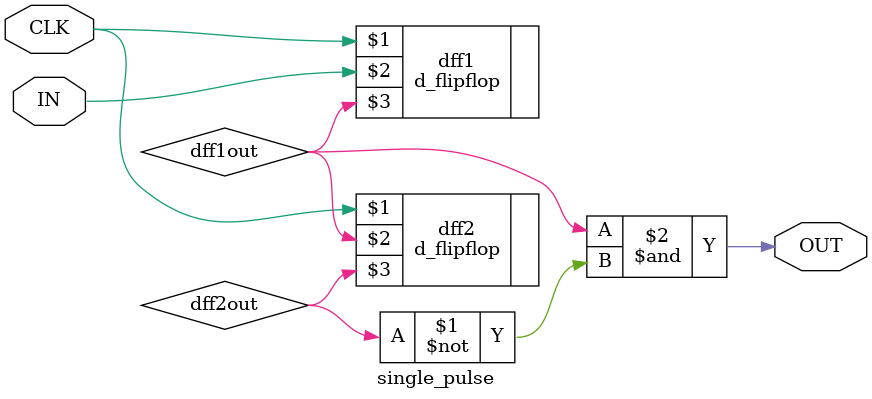
<source format=v>
`timescale 1ns / 1ps

module single_pulse(
    input CLK,
    input IN,
    output OUT
    );
    
    wire dff1out, dff2out;
        
    d_flipflop dff1(CLK, IN, dff1out);
    d_flipflop dff2(CLK, dff1out, dff2out);
    
    assign OUT = dff1out & ~dff2out;
        
endmodule

</source>
